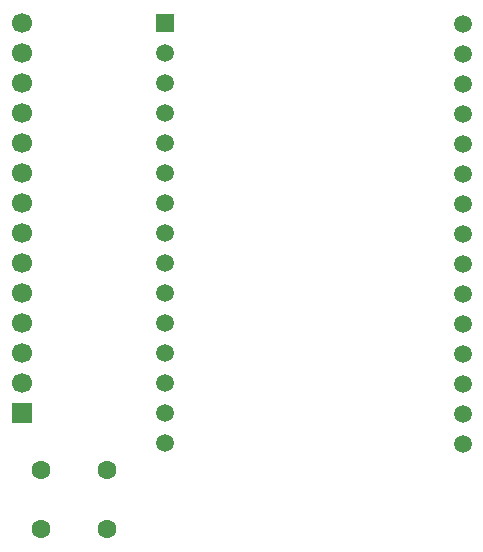
<source format=gbr>
%TF.GenerationSoftware,KiCad,Pcbnew,9.0.4*%
%TF.CreationDate,2026-02-18T17:55:14-08:00*%
%TF.ProjectId,Tool-Display-PCB,546f6f6c-2d44-4697-9370-6c61792d5043,rev?*%
%TF.SameCoordinates,Original*%
%TF.FileFunction,Soldermask,Top*%
%TF.FilePolarity,Negative*%
%FSLAX46Y46*%
G04 Gerber Fmt 4.6, Leading zero omitted, Abs format (unit mm)*
G04 Created by KiCad (PCBNEW 9.0.4) date 2026-02-18 17:55:14*
%MOMM*%
%LPD*%
G01*
G04 APERTURE LIST*
%ADD10C,1.600000*%
%ADD11C,1.700000*%
%ADD12R,1.700000X1.700000*%
%ADD13C,1.500000*%
%ADD14R,1.500000X1.500000*%
G04 APERTURE END LIST*
D10*
%TO.C,C1*%
X109990000Y-107530000D03*
X109990000Y-102530000D03*
%TD*%
D11*
%TO.C,J1*%
X102790000Y-92570000D03*
X102790000Y-87490000D03*
X102790000Y-95110000D03*
X102790000Y-79870000D03*
X102790000Y-77330000D03*
X102790000Y-84950000D03*
X102790000Y-90030000D03*
X102790000Y-82410000D03*
X102790000Y-74790000D03*
X102790000Y-72250000D03*
X102790000Y-69710000D03*
X102790000Y-67170000D03*
X102790000Y-64630000D03*
D12*
X102790000Y-97650000D03*
%TD*%
D10*
%TO.C,C2*%
X104430000Y-107530000D03*
X104430000Y-102530000D03*
%TD*%
D13*
%TO.C,J2*%
X140130000Y-69790000D03*
X140130000Y-92650000D03*
X140130000Y-72330000D03*
X140130000Y-100270000D03*
X140130000Y-90110000D03*
X140130000Y-82490000D03*
X114930000Y-92610000D03*
X114930000Y-95150000D03*
X114930000Y-90070000D03*
X140130000Y-95190000D03*
X140130000Y-87570000D03*
X140130000Y-85030000D03*
X140130000Y-79950000D03*
X140130000Y-77410000D03*
X140130000Y-74870000D03*
X140130000Y-67250000D03*
X140130000Y-64710000D03*
X114930000Y-82450000D03*
X114930000Y-84990000D03*
X114930000Y-87530000D03*
X114930000Y-77370000D03*
X114930000Y-79910000D03*
X114930000Y-72290000D03*
X114930000Y-74830000D03*
X114930000Y-67210000D03*
X114930000Y-69750000D03*
D14*
X114930000Y-64670000D03*
D13*
X114930000Y-97690000D03*
X140130000Y-97730000D03*
X114930000Y-100230000D03*
%TD*%
M02*

</source>
